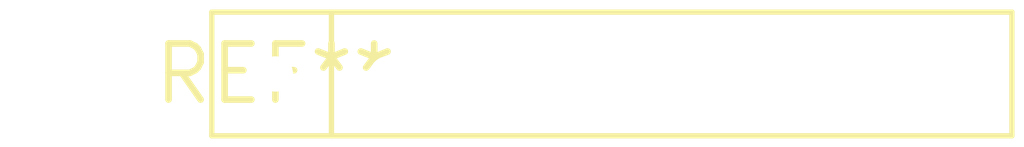
<source format=kicad_pcb>
(kicad_pcb (version 20240108) (generator pcbnew)
  (layers (0 "F.Cu" signal) (31 "B.Cu" signal) (34 "B.Paste" user) (35 "F.Paste" user) (36 "B.SilkS" user "B.Silkscreen") (37 "F.SilkS" user "F.Silkscreen") (38 "B.Mask" user) (39 "F.Mask" user) (44 "Edge.Cuts" user))
  (net 0 "")
  (footprint "R_Array_SIP7" (layer "F.Cu") (at 0 0)
    (property "Reference" "REF**")
    (property "Value" "R_Array_SIP7")
    (fp_line (start -1.44 -1.4) (end -1.44 1.4) (layer "F.SilkS") (stroke (width 0.12)))
    (fp_line (start -1.44 1.4) (end 16.68 1.4) (layer "F.SilkS") (stroke (width 0.12)))
    (fp_line (start 1.27 -1.4) (end 1.27 1.4) (layer "F.SilkS") (stroke (width 0.12)))
    (fp_line (start 16.68 -1.4) (end -1.44 -1.4) (layer "F.SilkS") (stroke (width 0.12)))
    (fp_line (start 16.68 1.4) (end 16.68 -1.4) (layer "F.SilkS") (stroke (width 0.12)))
    (pad "1" thru_hole rect (at 0 0) (size 1.6 1.6) (drill 0.8) (layers *.Cu *.Mask) (remove_unused_layers))
    (pad "2" thru_hole oval (at 2.54 0) (size 1.6 1.6) (drill 0.8) (layers *.Cu *.Mask) (remove_unused_layers))
    (pad "3" thru_hole oval (at 5.08 0) (size 1.6 1.6) (drill 0.8) (layers *.Cu *.Mask) (remove_unused_layers))
    (pad "4" thru_hole oval (at 7.62 0) (size 1.6 1.6) (drill 0.8) (layers *.Cu *.Mask) (remove_unused_layers))
    (pad "5" thru_hole oval (at 10.16 0) (size 1.6 1.6) (drill 0.8) (layers *.Cu *.Mask) (remove_unused_layers))
    (pad "6" thru_hole oval (at 12.7 0) (size 1.6 1.6) (drill 0.8) (layers *.Cu *.Mask) (remove_unused_layers))
    (pad "7" thru_hole oval (at 15.24 0) (size 1.6 1.6) (drill 0.8) (layers *.Cu *.Mask) (remove_unused_layers))
  )
)
</source>
